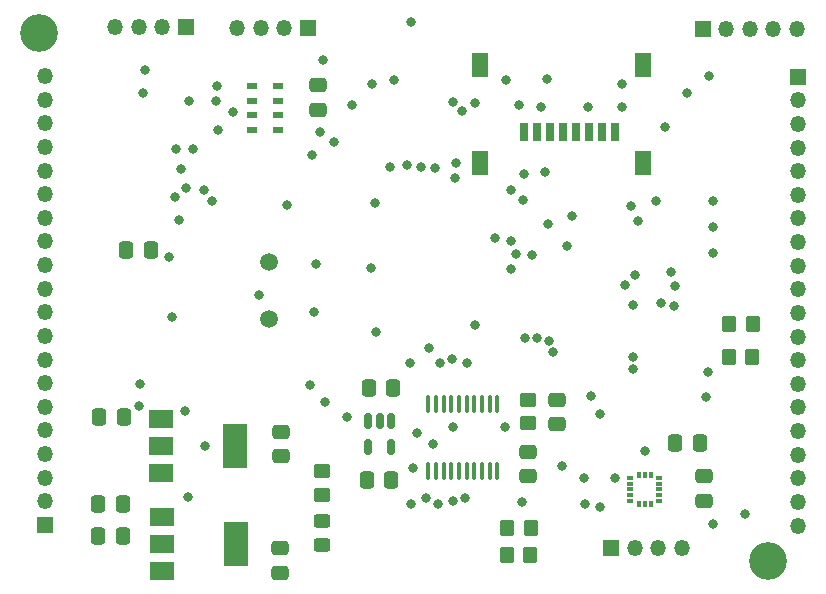
<source format=gbr>
%TF.GenerationSoftware,KiCad,Pcbnew,(6.0.2)*%
%TF.CreationDate,2022-10-19T15:06:20+05:30*%
%TF.ProjectId,flight_controller,666c6967-6874-45f6-936f-6e74726f6c6c,rev?*%
%TF.SameCoordinates,Original*%
%TF.FileFunction,Soldermask,Bot*%
%TF.FilePolarity,Negative*%
%FSLAX46Y46*%
G04 Gerber Fmt 4.6, Leading zero omitted, Abs format (unit mm)*
G04 Created by KiCad (PCBNEW (6.0.2)) date 2022-10-19 15:06:20*
%MOMM*%
%LPD*%
G01*
G04 APERTURE LIST*
G04 Aperture macros list*
%AMRoundRect*
0 Rectangle with rounded corners*
0 $1 Rounding radius*
0 $2 $3 $4 $5 $6 $7 $8 $9 X,Y pos of 4 corners*
0 Add a 4 corners polygon primitive as box body*
4,1,4,$2,$3,$4,$5,$6,$7,$8,$9,$2,$3,0*
0 Add four circle primitives for the rounded corners*
1,1,$1+$1,$2,$3*
1,1,$1+$1,$4,$5*
1,1,$1+$1,$6,$7*
1,1,$1+$1,$8,$9*
0 Add four rect primitives between the rounded corners*
20,1,$1+$1,$2,$3,$4,$5,0*
20,1,$1+$1,$4,$5,$6,$7,0*
20,1,$1+$1,$6,$7,$8,$9,0*
20,1,$1+$1,$8,$9,$2,$3,0*%
G04 Aperture macros list end*
%ADD10C,3.200000*%
%ADD11R,1.350000X1.350000*%
%ADD12O,1.350000X1.350000*%
%ADD13RoundRect,0.250000X0.350000X0.450000X-0.350000X0.450000X-0.350000X-0.450000X0.350000X-0.450000X0*%
%ADD14RoundRect,0.250000X0.337500X0.475000X-0.337500X0.475000X-0.337500X-0.475000X0.337500X-0.475000X0*%
%ADD15RoundRect,0.250000X-0.450000X0.350000X-0.450000X-0.350000X0.450000X-0.350000X0.450000X0.350000X0*%
%ADD16RoundRect,0.250000X-0.475000X0.337500X-0.475000X-0.337500X0.475000X-0.337500X0.475000X0.337500X0*%
%ADD17RoundRect,0.250000X-0.337500X-0.475000X0.337500X-0.475000X0.337500X0.475000X-0.337500X0.475000X0*%
%ADD18RoundRect,0.250000X0.475000X-0.337500X0.475000X0.337500X-0.475000X0.337500X-0.475000X-0.337500X0*%
%ADD19RoundRect,0.250000X-0.350000X-0.450000X0.350000X-0.450000X0.350000X0.450000X-0.350000X0.450000X0*%
%ADD20RoundRect,0.100000X-0.100000X0.637500X-0.100000X-0.637500X0.100000X-0.637500X0.100000X0.637500X0*%
%ADD21RoundRect,0.150000X-0.150000X0.512500X-0.150000X-0.512500X0.150000X-0.512500X0.150000X0.512500X0*%
%ADD22C,1.500000*%
%ADD23RoundRect,0.087500X0.187500X0.087500X-0.187500X0.087500X-0.187500X-0.087500X0.187500X-0.087500X0*%
%ADD24RoundRect,0.087500X0.087500X0.187500X-0.087500X0.187500X-0.087500X-0.187500X0.087500X-0.187500X0*%
%ADD25RoundRect,0.250000X0.450000X-0.350000X0.450000X0.350000X-0.450000X0.350000X-0.450000X-0.350000X0*%
%ADD26R,0.950000X0.550000*%
%ADD27RoundRect,0.250000X0.450000X-0.325000X0.450000X0.325000X-0.450000X0.325000X-0.450000X-0.325000X0*%
%ADD28R,2.000000X1.500000*%
%ADD29R,2.000000X3.800000*%
%ADD30R,0.800000X1.500000*%
%ADD31R,1.450000X2.000000*%
%ADD32C,0.800000*%
G04 APERTURE END LIST*
D10*
%TO.C,H1*%
X52578000Y-102362000D03*
%TD*%
D11*
%TO.C,J7*%
X116900000Y-106100000D03*
D12*
X116900000Y-108100000D03*
X116900000Y-110100000D03*
X116900000Y-112100000D03*
X116900000Y-114100000D03*
X116900000Y-116100000D03*
X116900000Y-118100000D03*
X116900000Y-120100000D03*
X116900000Y-122100000D03*
X116900000Y-124100000D03*
X116900000Y-126100000D03*
X116900000Y-128100000D03*
X116900000Y-130100000D03*
X116900000Y-132100000D03*
X116900000Y-134100000D03*
X116900000Y-136100000D03*
X116900000Y-138100000D03*
X116900000Y-140100000D03*
X116900000Y-142100000D03*
X116900000Y-144100000D03*
%TD*%
D11*
%TO.C,J8*%
X53100000Y-144050000D03*
D12*
X53100000Y-142050000D03*
X53100000Y-140050000D03*
X53100000Y-138050000D03*
X53100000Y-136050000D03*
X53100000Y-134050000D03*
X53100000Y-132050000D03*
X53100000Y-130050000D03*
X53100000Y-128050000D03*
X53100000Y-126050000D03*
X53100000Y-124050000D03*
X53100000Y-122050000D03*
X53100000Y-120050000D03*
X53100000Y-118050000D03*
X53100000Y-116050000D03*
X53100000Y-114050000D03*
X53100000Y-112050000D03*
X53100000Y-110050000D03*
X53100000Y-108050000D03*
X53100000Y-106050000D03*
%TD*%
D10*
%TO.C,H2*%
X114300000Y-147066000D03*
%TD*%
D11*
%TO.C,J3*%
X108800000Y-102050000D03*
D12*
X110800000Y-102050000D03*
X112800000Y-102050000D03*
X114800000Y-102050000D03*
X116800000Y-102050000D03*
%TD*%
D13*
%TO.C,R13*%
X94234000Y-144272000D03*
X92234000Y-144272000D03*
%TD*%
D11*
%TO.C,J2*%
X65050000Y-101900000D03*
D12*
X63050000Y-101900000D03*
X61050000Y-101900000D03*
X59050000Y-101900000D03*
%TD*%
D14*
%TO.C,C18*%
X108537500Y-137100000D03*
X106462500Y-137100000D03*
%TD*%
%TO.C,C32*%
X62087500Y-120750000D03*
X60012500Y-120750000D03*
%TD*%
%TO.C,C29*%
X59687500Y-142300000D03*
X57612500Y-142300000D03*
%TD*%
%TO.C,C27*%
X59787500Y-134900000D03*
X57712500Y-134900000D03*
%TD*%
D15*
%TO.C,R11*%
X76600000Y-139500000D03*
X76600000Y-141500000D03*
%TD*%
D16*
%TO.C,C19*%
X76250000Y-106812500D03*
X76250000Y-108887500D03*
%TD*%
D17*
%TO.C,C25*%
X80362500Y-140250000D03*
X82437500Y-140250000D03*
%TD*%
D18*
%TO.C,C26*%
X96500000Y-135537500D03*
X96500000Y-133462500D03*
%TD*%
D19*
%TO.C,R28*%
X111014000Y-129794000D03*
X113014000Y-129794000D03*
%TD*%
D20*
%TO.C,U5*%
X85575000Y-133787500D03*
X86225000Y-133787500D03*
X86875000Y-133787500D03*
X87525000Y-133787500D03*
X88175000Y-133787500D03*
X88825000Y-133787500D03*
X89475000Y-133787500D03*
X90125000Y-133787500D03*
X90775000Y-133787500D03*
X91425000Y-133787500D03*
X91425000Y-139512500D03*
X90775000Y-139512500D03*
X90125000Y-139512500D03*
X89475000Y-139512500D03*
X88825000Y-139512500D03*
X88175000Y-139512500D03*
X87525000Y-139512500D03*
X86875000Y-139512500D03*
X86225000Y-139512500D03*
X85575000Y-139512500D03*
%TD*%
D21*
%TO.C,U4*%
X80500000Y-135212500D03*
X81450000Y-135212500D03*
X82400000Y-135212500D03*
X82400000Y-137487500D03*
X80500000Y-137487500D03*
%TD*%
D16*
%TO.C,C22*%
X94000000Y-137862500D03*
X94000000Y-139937500D03*
%TD*%
D22*
%TO.C,Y1*%
X72050000Y-121750000D03*
X72050000Y-126630000D03*
%TD*%
D17*
%TO.C,C20*%
X80512500Y-132500000D03*
X82587500Y-132500000D03*
%TD*%
D16*
%TO.C,C17*%
X108900000Y-139912500D03*
X108900000Y-141987500D03*
%TD*%
D23*
%TO.C,U2*%
X105125000Y-140050000D03*
X105125000Y-140550000D03*
X105125000Y-141050000D03*
X105125000Y-141550000D03*
X105125000Y-142050000D03*
D24*
X104400000Y-142275000D03*
X103900000Y-142275000D03*
X103400000Y-142275000D03*
D23*
X102675000Y-142050000D03*
X102675000Y-141550000D03*
X102675000Y-141050000D03*
X102675000Y-140550000D03*
X102675000Y-140050000D03*
D24*
X103400000Y-139825000D03*
X103900000Y-139825000D03*
X104400000Y-139825000D03*
%TD*%
D18*
%TO.C,C30*%
X73100000Y-138237500D03*
X73100000Y-136162500D03*
%TD*%
D25*
%TO.C,R10*%
X94000000Y-135450000D03*
X94000000Y-133450000D03*
%TD*%
D16*
%TO.C,C31*%
X73050000Y-146012500D03*
X73050000Y-148087500D03*
%TD*%
D11*
%TO.C,J1*%
X75400000Y-101950000D03*
D12*
X73400000Y-101950000D03*
X71400000Y-101950000D03*
X69400000Y-101950000D03*
%TD*%
D14*
%TO.C,C28*%
X59687500Y-144950000D03*
X57612500Y-144950000D03*
%TD*%
D13*
%TO.C,R12*%
X94218000Y-146558000D03*
X92218000Y-146558000D03*
%TD*%
D26*
%TO.C,U3*%
X72825000Y-106875000D03*
X72825000Y-108125000D03*
X72825000Y-109375000D03*
X72825000Y-110625000D03*
X70675000Y-110625000D03*
X70675000Y-109375000D03*
X70675000Y-108125000D03*
X70675000Y-106875000D03*
%TD*%
D27*
%TO.C,D3*%
X76550000Y-145775000D03*
X76550000Y-143725000D03*
%TD*%
D28*
%TO.C,U7*%
X63000000Y-147950000D03*
X63000000Y-145650000D03*
D29*
X69300000Y-145650000D03*
D28*
X63000000Y-143350000D03*
%TD*%
D11*
%TO.C,J5*%
X101050000Y-146000000D03*
D12*
X103050000Y-146000000D03*
X105050000Y-146000000D03*
X107050000Y-146000000D03*
%TD*%
D30*
%TO.C,J4*%
X93650000Y-110800000D03*
X94750000Y-110800000D03*
X95850000Y-110800000D03*
X96950000Y-110800000D03*
X98050000Y-110800000D03*
X99150000Y-110800000D03*
X100250000Y-110800000D03*
X101350000Y-110800000D03*
D31*
X89975000Y-113400000D03*
X89975000Y-105100000D03*
X103725000Y-105100000D03*
X103725000Y-113400000D03*
%TD*%
D28*
%TO.C,U6*%
X62950000Y-139650000D03*
D29*
X69250000Y-137350000D03*
D28*
X62950000Y-137350000D03*
X62950000Y-135050000D03*
%TD*%
D19*
%TO.C,R27*%
X111030000Y-127000000D03*
X113030000Y-127000000D03*
%TD*%
D32*
X73600000Y-116925500D03*
X81025000Y-116825000D03*
X92125000Y-106375000D03*
X82300000Y-113750000D03*
X86578063Y-130355908D03*
X65200000Y-141650000D03*
X65000000Y-134400000D03*
X85344000Y-141732000D03*
X93700000Y-114300000D03*
X95100000Y-108700000D03*
X95618347Y-106287411D03*
X66700000Y-137350000D03*
X107500000Y-107500000D03*
X65300000Y-108150000D03*
X100150000Y-134700000D03*
X75900000Y-126050000D03*
X78700000Y-134950000D03*
X93523299Y-142148701D03*
X85933299Y-137241299D03*
X98725000Y-140075000D03*
X76650000Y-104650000D03*
X76100000Y-121950000D03*
X95450000Y-114200000D03*
X103350000Y-118350000D03*
X102000000Y-106700000D03*
X103900000Y-137800000D03*
X82700000Y-106400000D03*
X71200000Y-124550000D03*
X87630000Y-135723500D03*
X64650000Y-113950000D03*
X109650000Y-144000000D03*
X76400000Y-110750000D03*
X104850000Y-116650000D03*
X109350000Y-106050000D03*
X112395000Y-143129000D03*
X93250000Y-108500000D03*
X96900000Y-139050000D03*
X99350000Y-133150000D03*
X63850000Y-126450000D03*
X97750000Y-117900000D03*
X77550000Y-111600000D03*
X92050000Y-135723500D03*
X99100000Y-108650000D03*
X105650000Y-110400000D03*
X84150000Y-101450000D03*
X101346000Y-140050000D03*
X102000000Y-108700000D03*
X102750000Y-117050000D03*
X106150000Y-122650000D03*
X93750000Y-128200000D03*
X106500000Y-123850000D03*
X94751238Y-128258716D03*
X105300000Y-125300000D03*
X95800000Y-128449500D03*
X106400000Y-125550000D03*
X96100381Y-129402797D03*
X109650000Y-116600000D03*
X102900500Y-125450000D03*
X109700000Y-118850000D03*
X102250000Y-123750000D03*
X103050000Y-122900000D03*
X109700000Y-121050000D03*
X76800000Y-133650000D03*
X61100000Y-133950000D03*
X61150000Y-132150000D03*
X75550000Y-132200000D03*
X93600000Y-116550000D03*
X67250000Y-116650000D03*
X100076000Y-142494000D03*
X109100000Y-133250000D03*
X92550000Y-115700000D03*
X66600000Y-115700000D03*
X64500000Y-118250000D03*
X91254977Y-119745023D03*
X92550000Y-119974489D03*
X64100000Y-116300000D03*
X65100000Y-115550000D03*
X94350000Y-121200000D03*
X64250000Y-112200000D03*
X87850000Y-114700000D03*
X87900000Y-113450000D03*
X65650000Y-112200000D03*
X80850000Y-106700000D03*
X79150000Y-108500000D03*
X67700000Y-106900000D03*
X69000000Y-109100000D03*
X67625000Y-108125000D03*
X102870000Y-129794000D03*
X102870000Y-130810000D03*
X80750000Y-122300000D03*
X81150000Y-127750000D03*
X84050000Y-130300000D03*
X75750000Y-112700000D03*
X67800000Y-110650000D03*
X89500000Y-127150000D03*
X61400000Y-107450000D03*
X92550000Y-122400000D03*
X93000000Y-121150000D03*
X61550000Y-105500000D03*
X97350000Y-120450000D03*
X95750000Y-118550000D03*
X87630000Y-108204000D03*
X87550000Y-130000000D03*
X84950000Y-113750000D03*
X85600000Y-129100000D03*
X83750000Y-113550000D03*
X89500000Y-108300000D03*
X86125500Y-113800011D03*
X88392000Y-108966000D03*
X88850000Y-130350000D03*
X87630000Y-141986000D03*
X86360000Y-142240000D03*
X84074000Y-142240000D03*
X63650000Y-121400000D03*
X88646000Y-141732000D03*
X84650000Y-136300000D03*
X84250000Y-139200000D03*
X109250000Y-131100000D03*
X98806000Y-142240000D03*
M02*

</source>
